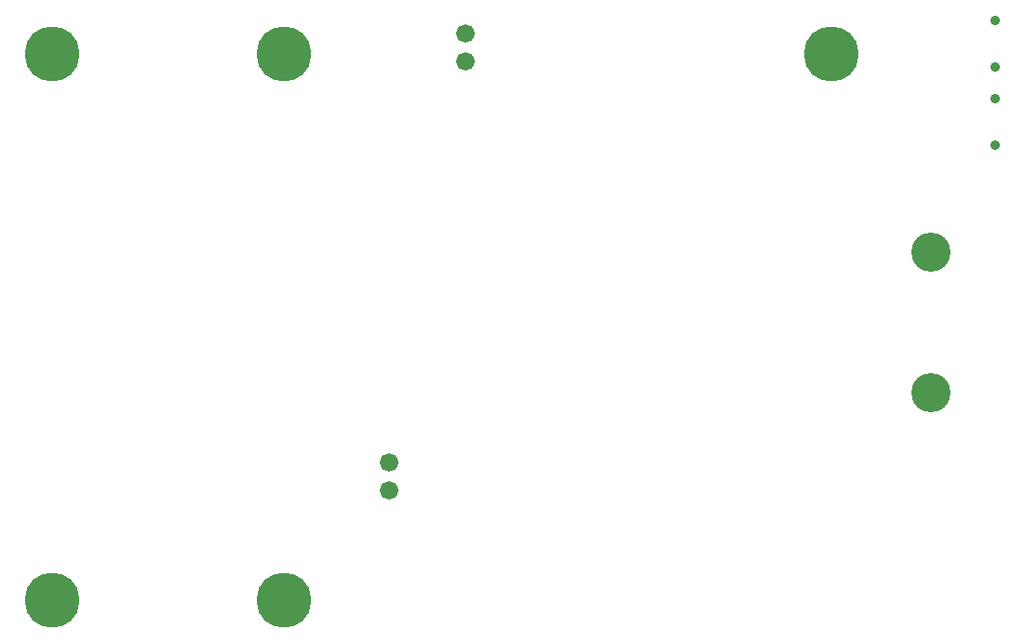
<source format=gbr>
%TF.GenerationSoftware,KiCad,Pcbnew,8.0.9*%
%TF.CreationDate,2025-03-06T10:33:29+00:00*%
%TF.ProjectId,Gotek,476f7465-6b2e-46b6-9963-61645f706362,rev?*%
%TF.SameCoordinates,Original*%
%TF.FileFunction,Soldermask,Bot*%
%TF.FilePolarity,Negative*%
%FSLAX46Y46*%
G04 Gerber Fmt 4.6, Leading zero omitted, Abs format (unit mm)*
G04 Created by KiCad (PCBNEW 8.0.9) date 2025-03-06 10:33:29*
%MOMM*%
%LPD*%
G01*
G04 APERTURE LIST*
%ADD10C,5.000000*%
%ADD11C,1.680000*%
%ADD12C,0.900000*%
%ADD13C,3.570000*%
G04 APERTURE END LIST*
D10*
%TO.C,H1*%
X118491000Y-60642500D03*
%TD*%
%TO.C,H2*%
X139573000Y-60642500D03*
%TD*%
%TO.C,H3*%
X118491000Y-110363000D03*
%TD*%
%TO.C,H4*%
X139573000Y-110363000D03*
%TD*%
%TO.C,H5*%
X189357000Y-60642500D03*
%TD*%
D11*
%TO.C,J7*%
X149204600Y-100330000D03*
X149204600Y-97790000D03*
%TD*%
D12*
%TO.C,S4*%
X204247000Y-68952400D03*
X204247000Y-64702400D03*
%TD*%
%TO.C,S3*%
X204247000Y-61865800D03*
X204247000Y-57615800D03*
%TD*%
D11*
%TO.C,J8*%
X156133800Y-61341000D03*
X156133800Y-58801000D03*
%TD*%
D13*
%TO.C,P3*%
X198424800Y-91463800D03*
X198424800Y-78663800D03*
%TD*%
M02*

</source>
